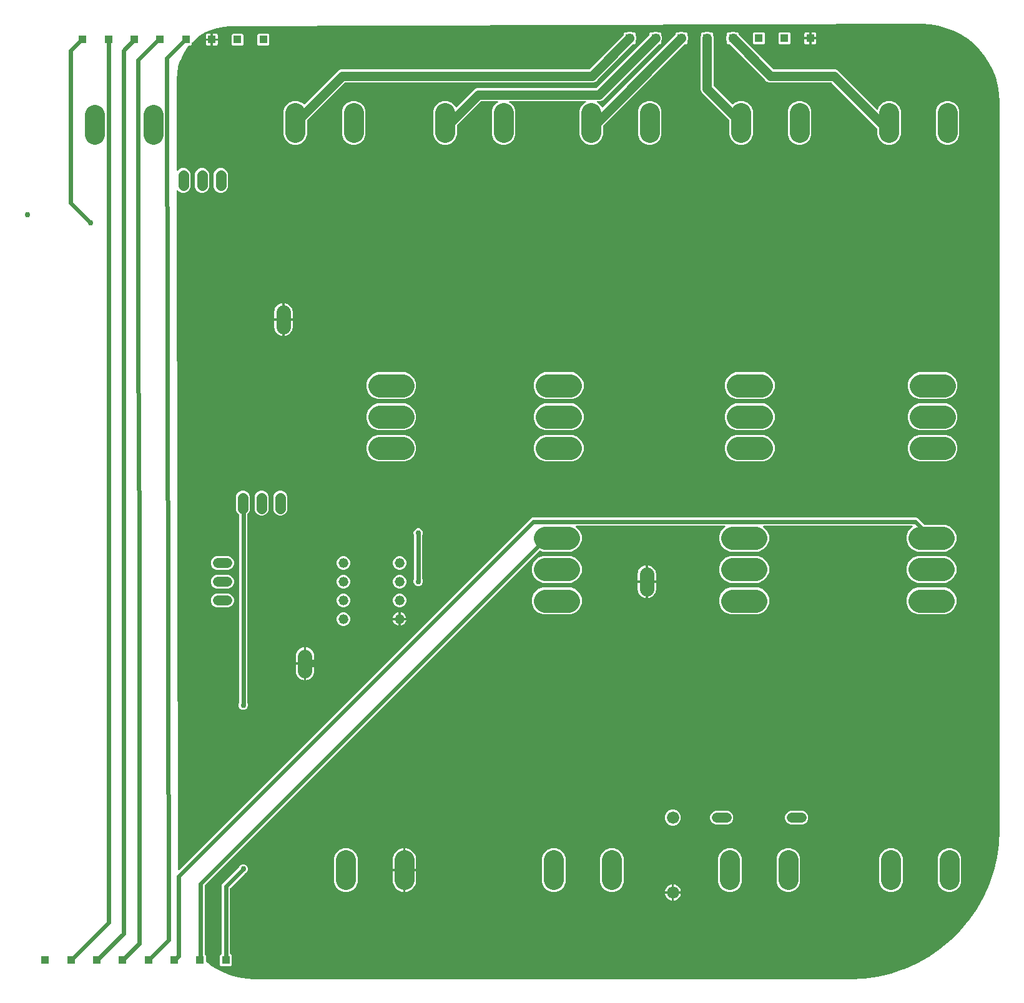
<source format=gbr>
G04 EAGLE Gerber X2 export*
%TF.Part,Single*%
%TF.FileFunction,Copper,L2,Bot,Mixed*%
%TF.FilePolarity,Positive*%
%TF.GenerationSoftware,Autodesk,EAGLE,9.1.3*%
%TF.CreationDate,2018-11-12T20:02:43Z*%
G75*
%MOMM*%
%FSLAX34Y34*%
%LPD*%
%AMOC8*
5,1,8,0,0,1.08239X$1,22.5*%
G01*
%ADD10C,2.700000*%
%ADD11C,1.676400*%
%ADD12C,1.320800*%
%ADD13C,3.116000*%
%ADD14C,1.320800*%
%ADD15C,1.981200*%
%ADD16R,1.108000X1.108000*%
%ADD17C,1.422400*%
%ADD18C,0.756400*%
%ADD19C,1.016000*%
%ADD20C,0.900000*%
%ADD21C,0.609600*%
%ADD22C,1.270000*%

G36*
X1291933Y-127759D02*
X1291933Y-127759D01*
X1291955Y-127760D01*
X1310556Y-126900D01*
X1310581Y-126895D01*
X1310626Y-126894D01*
X1329069Y-124321D01*
X1329093Y-124314D01*
X1329138Y-124308D01*
X1347265Y-120045D01*
X1347288Y-120035D01*
X1347332Y-120026D01*
X1349356Y-119348D01*
X1351627Y-118587D01*
X1351627Y-118586D01*
X1353898Y-117825D01*
X1356169Y-117064D01*
X1362983Y-114780D01*
X1364988Y-114108D01*
X1365010Y-114096D01*
X1365054Y-114083D01*
X1382088Y-106561D01*
X1382109Y-106548D01*
X1382151Y-106530D01*
X1398419Y-97469D01*
X1398439Y-97453D01*
X1398479Y-97432D01*
X1413841Y-86908D01*
X1413860Y-86891D01*
X1413897Y-86866D01*
X1428223Y-74970D01*
X1428240Y-74951D01*
X1428275Y-74922D01*
X1441442Y-61755D01*
X1441457Y-61735D01*
X1441490Y-61703D01*
X1453386Y-47377D01*
X1453399Y-47356D01*
X1453428Y-47321D01*
X1453830Y-46736D01*
X1453830Y-46735D01*
X1463952Y-31959D01*
X1463963Y-31936D01*
X1463989Y-31899D01*
X1473050Y-15631D01*
X1473058Y-15608D01*
X1473081Y-15568D01*
X1480603Y1466D01*
X1480609Y1491D01*
X1480628Y1532D01*
X1486546Y19188D01*
X1486550Y19212D01*
X1486565Y19255D01*
X1490828Y37382D01*
X1490830Y37407D01*
X1490841Y37451D01*
X1493414Y55894D01*
X1493413Y55919D01*
X1493420Y55964D01*
X1494280Y74565D01*
X1494279Y74578D01*
X1494281Y74600D01*
X1494281Y1062664D01*
X1494279Y1062679D01*
X1494280Y1062704D01*
X1493709Y1073614D01*
X1493703Y1073641D01*
X1493701Y1073693D01*
X1491993Y1084484D01*
X1491984Y1084511D01*
X1491976Y1084562D01*
X1489151Y1095116D01*
X1489140Y1095141D01*
X1489126Y1095192D01*
X1485214Y1105393D01*
X1485200Y1105417D01*
X1485182Y1105465D01*
X1480226Y1115202D01*
X1480209Y1115224D01*
X1480186Y1115271D01*
X1474240Y1124437D01*
X1474221Y1124457D01*
X1474193Y1124501D01*
X1467323Y1132996D01*
X1467302Y1133014D01*
X1467269Y1133055D01*
X1459549Y1140786D01*
X1459527Y1140802D01*
X1459490Y1140839D01*
X1451005Y1147721D01*
X1450981Y1147735D01*
X1450940Y1147768D01*
X1441782Y1153726D01*
X1441757Y1153737D01*
X1441713Y1153766D01*
X1431983Y1158735D01*
X1431957Y1158744D01*
X1431911Y1158768D01*
X1421715Y1162693D01*
X1421688Y1162699D01*
X1421639Y1162718D01*
X1411089Y1165558D01*
X1411062Y1165560D01*
X1411011Y1165574D01*
X1400223Y1167296D01*
X1400195Y1167296D01*
X1400143Y1167305D01*
X1389234Y1167891D01*
X1389217Y1167889D01*
X1389190Y1167892D01*
X450535Y1164871D01*
X450518Y1164868D01*
X450489Y1164870D01*
X441888Y1164322D01*
X441858Y1164316D01*
X441796Y1164311D01*
X433323Y1162732D01*
X433295Y1162722D01*
X433234Y1162710D01*
X425013Y1160122D01*
X424986Y1160108D01*
X424927Y1160089D01*
X417077Y1156529D01*
X417052Y1156513D01*
X416996Y1156487D01*
X409632Y1152008D01*
X409609Y1151988D01*
X409557Y1151955D01*
X402786Y1146622D01*
X402765Y1146600D01*
X402717Y1146561D01*
X399382Y1143210D01*
X399330Y1143136D01*
X399271Y1143068D01*
X399259Y1143037D01*
X399239Y1143010D01*
X399213Y1142924D01*
X399179Y1142840D01*
X399175Y1142797D01*
X399168Y1142774D01*
X399168Y1142743D01*
X399161Y1142673D01*
X399161Y1140202D01*
X397672Y1138714D01*
X395648Y1138714D01*
X395633Y1138712D01*
X395618Y1138713D01*
X395512Y1138692D01*
X395405Y1138674D01*
X395392Y1138667D01*
X395377Y1138664D01*
X395283Y1138610D01*
X395188Y1138559D01*
X395177Y1138548D01*
X395165Y1138541D01*
X395047Y1138421D01*
X391278Y1133586D01*
X391263Y1133559D01*
X391226Y1133510D01*
X386784Y1126124D01*
X386772Y1126096D01*
X386741Y1126042D01*
X383221Y1118175D01*
X383213Y1118146D01*
X383188Y1118089D01*
X380641Y1109855D01*
X380637Y1109825D01*
X380619Y1109766D01*
X379082Y1101285D01*
X379081Y1101255D01*
X379071Y1101194D01*
X378566Y1092590D01*
X378568Y1092572D01*
X378565Y1092544D01*
X378790Y969469D01*
X378801Y969399D01*
X378803Y969328D01*
X378821Y969279D01*
X378830Y969226D01*
X378863Y969164D01*
X378888Y969097D01*
X378921Y969056D01*
X378945Y969009D01*
X378997Y968960D01*
X379041Y968905D01*
X379086Y968877D01*
X379124Y968840D01*
X379189Y968810D01*
X379248Y968772D01*
X379299Y968759D01*
X379347Y968737D01*
X379418Y968729D01*
X379487Y968712D01*
X379539Y968716D01*
X379592Y968710D01*
X379661Y968726D01*
X379732Y968731D01*
X379781Y968752D01*
X379832Y968763D01*
X379893Y968800D01*
X379958Y968827D01*
X380015Y968873D01*
X380043Y968890D01*
X380058Y968907D01*
X380089Y968932D01*
X382162Y971005D01*
X385710Y972475D01*
X389550Y972475D01*
X393098Y971005D01*
X395813Y968290D01*
X397283Y964742D01*
X397283Y946678D01*
X395813Y943130D01*
X393098Y940415D01*
X389550Y938945D01*
X385710Y938945D01*
X382162Y940415D01*
X380140Y942437D01*
X380081Y942480D01*
X380028Y942529D01*
X379981Y942551D01*
X379940Y942581D01*
X379871Y942602D01*
X379805Y942633D01*
X379754Y942638D01*
X379705Y942653D01*
X379632Y942651D01*
X379560Y942659D01*
X379510Y942648D01*
X379459Y942647D01*
X379391Y942622D01*
X379320Y942607D01*
X379276Y942580D01*
X379228Y942562D01*
X379171Y942517D01*
X379109Y942480D01*
X379076Y942441D01*
X379036Y942409D01*
X378997Y942348D01*
X378950Y942293D01*
X378931Y942245D01*
X378903Y942202D01*
X378885Y942132D01*
X378858Y942064D01*
X378851Y941994D01*
X378843Y941963D01*
X378845Y941940D01*
X378840Y941898D01*
X380522Y20596D01*
X380533Y20526D01*
X380535Y20455D01*
X380553Y20405D01*
X380562Y20353D01*
X380595Y20290D01*
X380619Y20224D01*
X380653Y20182D01*
X380677Y20136D01*
X380729Y20087D01*
X380773Y20032D01*
X380818Y20003D01*
X380856Y19967D01*
X380920Y19937D01*
X380980Y19899D01*
X381031Y19886D01*
X381079Y19863D01*
X381150Y19856D01*
X381219Y19838D01*
X381271Y19843D01*
X381324Y19837D01*
X381393Y19852D01*
X381464Y19858D01*
X381512Y19878D01*
X381564Y19890D01*
X381625Y19926D01*
X381690Y19954D01*
X381747Y19999D01*
X381775Y20016D01*
X381790Y20034D01*
X381821Y20059D01*
X857581Y495819D01*
X859260Y497498D01*
X861314Y498349D01*
X1380912Y498349D01*
X1382966Y497498D01*
X1391640Y488824D01*
X1391714Y488771D01*
X1391783Y488711D01*
X1391814Y488699D01*
X1391840Y488680D01*
X1391927Y488653D01*
X1392012Y488619D01*
X1392052Y488615D01*
X1392075Y488608D01*
X1392107Y488609D01*
X1392178Y488601D01*
X1421264Y488601D01*
X1427925Y485842D01*
X1433022Y480745D01*
X1435781Y474084D01*
X1435781Y466876D01*
X1433022Y460215D01*
X1427925Y455118D01*
X1421264Y452359D01*
X1382896Y452359D01*
X1376235Y455118D01*
X1371138Y460215D01*
X1368379Y466876D01*
X1368379Y474084D01*
X1371138Y480745D01*
X1376265Y485872D01*
X1376307Y485930D01*
X1376356Y485982D01*
X1376378Y486029D01*
X1376409Y486071D01*
X1376430Y486140D01*
X1376460Y486205D01*
X1376466Y486257D01*
X1376481Y486307D01*
X1376479Y486378D01*
X1376487Y486449D01*
X1376476Y486500D01*
X1376475Y486552D01*
X1376450Y486620D01*
X1376435Y486690D01*
X1376408Y486735D01*
X1376390Y486783D01*
X1376345Y486839D01*
X1376309Y486901D01*
X1376269Y486935D01*
X1376237Y486975D01*
X1376176Y487014D01*
X1376122Y487061D01*
X1376073Y487080D01*
X1376030Y487108D01*
X1375960Y487126D01*
X1375894Y487153D01*
X1375822Y487161D01*
X1375791Y487169D01*
X1375768Y487167D01*
X1375727Y487171D01*
X1174433Y487171D01*
X1174362Y487160D01*
X1174291Y487158D01*
X1174242Y487140D01*
X1174190Y487132D01*
X1174127Y487098D01*
X1174060Y487073D01*
X1174019Y487041D01*
X1173973Y487016D01*
X1173924Y486964D01*
X1173868Y486920D01*
X1173839Y486876D01*
X1173804Y486838D01*
X1173773Y486773D01*
X1173735Y486713D01*
X1173722Y486662D01*
X1173700Y486615D01*
X1173692Y486544D01*
X1173675Y486474D01*
X1173679Y486422D01*
X1173673Y486371D01*
X1173688Y486300D01*
X1173694Y486229D01*
X1173714Y486181D01*
X1173725Y486130D01*
X1173762Y486069D01*
X1173790Y486003D01*
X1173835Y485947D01*
X1173851Y485919D01*
X1173869Y485904D01*
X1173895Y485872D01*
X1179022Y480745D01*
X1181781Y474084D01*
X1181781Y466876D01*
X1179022Y460215D01*
X1173925Y455118D01*
X1167264Y452359D01*
X1128896Y452359D01*
X1122235Y455118D01*
X1117138Y460215D01*
X1114379Y466876D01*
X1114379Y474084D01*
X1117138Y480745D01*
X1122265Y485872D01*
X1122307Y485930D01*
X1122356Y485982D01*
X1122378Y486029D01*
X1122409Y486071D01*
X1122430Y486140D01*
X1122460Y486205D01*
X1122466Y486257D01*
X1122481Y486307D01*
X1122479Y486378D01*
X1122487Y486449D01*
X1122476Y486500D01*
X1122475Y486552D01*
X1122450Y486620D01*
X1122435Y486690D01*
X1122408Y486735D01*
X1122390Y486783D01*
X1122345Y486839D01*
X1122309Y486901D01*
X1122269Y486935D01*
X1122237Y486975D01*
X1122176Y487014D01*
X1122122Y487061D01*
X1122073Y487080D01*
X1122030Y487108D01*
X1121960Y487126D01*
X1121894Y487153D01*
X1121822Y487161D01*
X1121791Y487169D01*
X1121768Y487167D01*
X1121727Y487171D01*
X920433Y487171D01*
X920362Y487160D01*
X920291Y487158D01*
X920242Y487140D01*
X920190Y487132D01*
X920127Y487098D01*
X920060Y487073D01*
X920019Y487041D01*
X919973Y487016D01*
X919924Y486964D01*
X919868Y486920D01*
X919839Y486876D01*
X919804Y486838D01*
X919773Y486773D01*
X919735Y486713D01*
X919722Y486662D01*
X919700Y486615D01*
X919692Y486544D01*
X919675Y486474D01*
X919679Y486422D01*
X919673Y486371D01*
X919688Y486300D01*
X919694Y486229D01*
X919714Y486181D01*
X919725Y486130D01*
X919762Y486069D01*
X919790Y486003D01*
X919835Y485947D01*
X919851Y485919D01*
X919869Y485904D01*
X919895Y485872D01*
X925022Y480745D01*
X927781Y474084D01*
X927781Y466876D01*
X925022Y460215D01*
X919925Y455118D01*
X913264Y452359D01*
X874896Y452359D01*
X871665Y453697D01*
X871552Y453724D01*
X871438Y453752D01*
X871432Y453752D01*
X871426Y453753D01*
X871309Y453742D01*
X871193Y453733D01*
X871187Y453731D01*
X871181Y453730D01*
X871074Y453682D01*
X870967Y453637D01*
X870961Y453632D01*
X870956Y453630D01*
X870943Y453618D01*
X870836Y453532D01*
X416902Y-402D01*
X416849Y-476D01*
X416789Y-545D01*
X416777Y-576D01*
X416758Y-602D01*
X416731Y-689D01*
X416697Y-774D01*
X416693Y-814D01*
X416686Y-837D01*
X416687Y-869D01*
X416679Y-940D01*
X416679Y-93490D01*
X416693Y-93580D01*
X416701Y-93671D01*
X416713Y-93701D01*
X416718Y-93733D01*
X416761Y-93814D01*
X416797Y-93898D01*
X416823Y-93930D01*
X416834Y-93950D01*
X416857Y-93973D01*
X416865Y-93983D01*
X416873Y-93996D01*
X416881Y-94003D01*
X416902Y-94029D01*
X418361Y-95488D01*
X418361Y-103790D01*
X418362Y-103798D01*
X418361Y-103806D01*
X418382Y-103920D01*
X418400Y-104033D01*
X418404Y-104040D01*
X418406Y-104048D01*
X418462Y-104149D01*
X418516Y-104250D01*
X418521Y-104255D01*
X418525Y-104263D01*
X418643Y-104382D01*
X423198Y-108064D01*
X423222Y-108078D01*
X423263Y-108111D01*
X432253Y-113940D01*
X432261Y-113943D01*
X432266Y-113948D01*
X432286Y-113956D01*
X432322Y-113980D01*
X441872Y-118839D01*
X441898Y-118847D01*
X441944Y-118871D01*
X451949Y-122707D01*
X451976Y-122712D01*
X452025Y-122731D01*
X462376Y-125501D01*
X462403Y-125504D01*
X462454Y-125518D01*
X473037Y-127192D01*
X473064Y-127192D01*
X473116Y-127200D01*
X483816Y-127760D01*
X483831Y-127759D01*
X483856Y-127761D01*
X1291920Y-127761D01*
X1291933Y-127759D01*
G37*
%LPC*%
G36*
X739629Y1004359D02*
X739629Y1004359D01*
X733734Y1006801D01*
X729221Y1011314D01*
X726779Y1017209D01*
X726779Y1050591D01*
X729221Y1056486D01*
X733734Y1060999D01*
X739629Y1063441D01*
X746011Y1063441D01*
X751906Y1060999D01*
X756419Y1056486D01*
X756866Y1055407D01*
X756890Y1055368D01*
X756906Y1055325D01*
X756954Y1055265D01*
X756995Y1055198D01*
X757031Y1055169D01*
X757059Y1055133D01*
X757125Y1055091D01*
X757185Y1055042D01*
X757227Y1055025D01*
X757266Y1055000D01*
X757342Y1054981D01*
X757414Y1054953D01*
X757460Y1054951D01*
X757505Y1054940D01*
X757582Y1054946D01*
X757660Y1054943D01*
X757704Y1054956D01*
X757750Y1054959D01*
X757821Y1054990D01*
X757896Y1055012D01*
X757934Y1055038D01*
X757976Y1055056D01*
X758083Y1055141D01*
X758098Y1055152D01*
X758101Y1055156D01*
X758107Y1055161D01*
X782364Y1079417D01*
X785632Y1080771D01*
X947082Y1080771D01*
X947172Y1080785D01*
X947263Y1080793D01*
X947293Y1080805D01*
X947325Y1080810D01*
X947405Y1080853D01*
X947489Y1080889D01*
X947521Y1080915D01*
X947542Y1080926D01*
X947564Y1080949D01*
X947620Y1080994D01*
X1019456Y1152830D01*
X1019509Y1152904D01*
X1019569Y1152973D01*
X1019581Y1153003D01*
X1019600Y1153029D01*
X1019627Y1153116D01*
X1019661Y1153201D01*
X1019665Y1153242D01*
X1019672Y1153265D01*
X1019671Y1153297D01*
X1019679Y1153368D01*
X1019679Y1155152D01*
X1021168Y1156641D01*
X1023885Y1156641D01*
X1023949Y1156651D01*
X1024015Y1156652D01*
X1024095Y1156675D01*
X1024127Y1156680D01*
X1024144Y1156690D01*
X1024176Y1156699D01*
X1025992Y1157451D01*
X1029528Y1157451D01*
X1031344Y1156699D01*
X1031408Y1156684D01*
X1031469Y1156659D01*
X1031552Y1156650D01*
X1031584Y1156643D01*
X1031603Y1156644D01*
X1031635Y1156641D01*
X1034352Y1156641D01*
X1035841Y1155152D01*
X1035841Y1152435D01*
X1035851Y1152371D01*
X1035852Y1152305D01*
X1035875Y1152225D01*
X1035880Y1152193D01*
X1035890Y1152176D01*
X1035899Y1152144D01*
X1036651Y1150328D01*
X1036651Y1146792D01*
X1035899Y1144976D01*
X1035884Y1144912D01*
X1035859Y1144851D01*
X1035850Y1144768D01*
X1035843Y1144736D01*
X1035844Y1144717D01*
X1035841Y1144685D01*
X1035841Y1141968D01*
X1034352Y1140479D01*
X1032568Y1140479D01*
X1032478Y1140465D01*
X1032387Y1140457D01*
X1032357Y1140445D01*
X1032325Y1140440D01*
X1032245Y1140397D01*
X1032161Y1140361D01*
X1032129Y1140335D01*
X1032108Y1140324D01*
X1032086Y1140301D01*
X1032030Y1140256D01*
X956116Y1064343D01*
X952848Y1062989D01*
X949048Y1062989D01*
X948952Y1062974D01*
X948855Y1062964D01*
X948831Y1062954D01*
X948805Y1062950D01*
X948719Y1062904D01*
X948630Y1062864D01*
X948611Y1062847D01*
X948588Y1062834D01*
X948521Y1062764D01*
X948449Y1062698D01*
X948436Y1062675D01*
X948418Y1062656D01*
X948377Y1062568D01*
X948330Y1062482D01*
X948326Y1062457D01*
X948315Y1062433D01*
X948304Y1062336D01*
X948287Y1062240D01*
X948290Y1062214D01*
X948287Y1062189D01*
X948308Y1062093D01*
X948322Y1061997D01*
X948334Y1061974D01*
X948340Y1061948D01*
X948390Y1061865D01*
X948434Y1061778D01*
X948453Y1061759D01*
X948466Y1061737D01*
X948540Y1061674D01*
X948609Y1061606D01*
X948638Y1061590D01*
X948653Y1061577D01*
X948684Y1061565D01*
X948756Y1061525D01*
X950026Y1060999D01*
X954539Y1056486D01*
X955150Y1055012D01*
X955174Y1054973D01*
X955190Y1054929D01*
X955238Y1054869D01*
X955279Y1054802D01*
X955315Y1054773D01*
X955343Y1054737D01*
X955409Y1054695D01*
X955469Y1054646D01*
X955512Y1054629D01*
X955550Y1054604D01*
X955626Y1054585D01*
X955698Y1054557D01*
X955744Y1054556D01*
X955789Y1054544D01*
X955866Y1054550D01*
X955944Y1054547D01*
X955988Y1054560D01*
X956034Y1054563D01*
X956105Y1054594D01*
X956180Y1054616D01*
X956218Y1054642D01*
X956260Y1054660D01*
X956367Y1054745D01*
X956382Y1054756D01*
X956385Y1054760D01*
X956391Y1054765D01*
X1054456Y1152830D01*
X1054509Y1152904D01*
X1054569Y1152973D01*
X1054581Y1153003D01*
X1054600Y1153029D01*
X1054627Y1153116D01*
X1054661Y1153201D01*
X1054665Y1153242D01*
X1054672Y1153264D01*
X1054671Y1153297D01*
X1054679Y1153368D01*
X1054679Y1155152D01*
X1056168Y1156641D01*
X1058885Y1156641D01*
X1058949Y1156651D01*
X1059015Y1156652D01*
X1059095Y1156675D01*
X1059127Y1156680D01*
X1059145Y1156690D01*
X1059176Y1156699D01*
X1060992Y1157451D01*
X1064528Y1157451D01*
X1066344Y1156699D01*
X1066408Y1156684D01*
X1066469Y1156659D01*
X1066552Y1156650D01*
X1066584Y1156643D01*
X1066603Y1156644D01*
X1066635Y1156641D01*
X1069352Y1156641D01*
X1070841Y1155152D01*
X1070841Y1152435D01*
X1070851Y1152371D01*
X1070852Y1152305D01*
X1070875Y1152225D01*
X1070880Y1152193D01*
X1070890Y1152175D01*
X1070899Y1152144D01*
X1071651Y1150328D01*
X1071651Y1146792D01*
X1070899Y1144976D01*
X1070884Y1144912D01*
X1070859Y1144851D01*
X1070850Y1144768D01*
X1070843Y1144736D01*
X1070844Y1144717D01*
X1070841Y1144685D01*
X1070841Y1141968D01*
X1069352Y1140479D01*
X1067568Y1140479D01*
X1067478Y1140465D01*
X1067387Y1140457D01*
X1067357Y1140445D01*
X1067325Y1140440D01*
X1067245Y1140397D01*
X1067161Y1140361D01*
X1067129Y1140335D01*
X1067108Y1140324D01*
X1067086Y1140301D01*
X1067030Y1140256D01*
X957204Y1030430D01*
X957151Y1030356D01*
X957091Y1030287D01*
X957079Y1030257D01*
X957060Y1030231D01*
X957033Y1030144D01*
X956999Y1030059D01*
X956995Y1030018D01*
X956988Y1029996D01*
X956989Y1029963D01*
X956981Y1029892D01*
X956981Y1017209D01*
X954539Y1011314D01*
X950026Y1006801D01*
X944131Y1004359D01*
X937749Y1004359D01*
X931854Y1006801D01*
X927341Y1011314D01*
X924899Y1017209D01*
X924899Y1050591D01*
X927341Y1056486D01*
X931854Y1060999D01*
X933124Y1061525D01*
X933207Y1061576D01*
X933292Y1061622D01*
X933310Y1061640D01*
X933333Y1061654D01*
X933395Y1061730D01*
X933462Y1061800D01*
X933473Y1061824D01*
X933489Y1061844D01*
X933524Y1061935D01*
X933565Y1062023D01*
X933568Y1062049D01*
X933578Y1062073D01*
X933582Y1062171D01*
X933593Y1062267D01*
X933587Y1062293D01*
X933588Y1062319D01*
X933561Y1062413D01*
X933540Y1062508D01*
X933527Y1062530D01*
X933520Y1062555D01*
X933464Y1062635D01*
X933414Y1062719D01*
X933394Y1062736D01*
X933379Y1062757D01*
X933301Y1062816D01*
X933227Y1062879D01*
X933203Y1062889D01*
X933182Y1062904D01*
X933089Y1062934D01*
X932999Y1062971D01*
X932967Y1062974D01*
X932948Y1062980D01*
X932915Y1062980D01*
X932832Y1062989D01*
X829928Y1062989D01*
X829832Y1062974D01*
X829735Y1062964D01*
X829711Y1062954D01*
X829685Y1062950D01*
X829599Y1062904D01*
X829510Y1062864D01*
X829491Y1062847D01*
X829468Y1062834D01*
X829401Y1062764D01*
X829329Y1062698D01*
X829316Y1062675D01*
X829298Y1062656D01*
X829257Y1062568D01*
X829210Y1062482D01*
X829206Y1062457D01*
X829195Y1062433D01*
X829184Y1062336D01*
X829167Y1062240D01*
X829170Y1062214D01*
X829167Y1062189D01*
X829188Y1062093D01*
X829202Y1061997D01*
X829214Y1061974D01*
X829220Y1061948D01*
X829270Y1061865D01*
X829314Y1061778D01*
X829333Y1061759D01*
X829346Y1061737D01*
X829420Y1061674D01*
X829489Y1061606D01*
X829518Y1061590D01*
X829533Y1061577D01*
X829564Y1061565D01*
X829636Y1061525D01*
X830906Y1060999D01*
X835419Y1056486D01*
X837861Y1050591D01*
X837861Y1017209D01*
X835419Y1011314D01*
X830906Y1006801D01*
X825011Y1004359D01*
X818629Y1004359D01*
X812734Y1006801D01*
X808221Y1011314D01*
X805779Y1017209D01*
X805779Y1050591D01*
X808221Y1056486D01*
X812734Y1060999D01*
X814004Y1061525D01*
X814087Y1061576D01*
X814172Y1061622D01*
X814190Y1061640D01*
X814213Y1061654D01*
X814275Y1061730D01*
X814342Y1061800D01*
X814353Y1061824D01*
X814369Y1061844D01*
X814404Y1061935D01*
X814445Y1062023D01*
X814448Y1062049D01*
X814458Y1062073D01*
X814462Y1062171D01*
X814473Y1062267D01*
X814467Y1062293D01*
X814468Y1062319D01*
X814441Y1062413D01*
X814420Y1062508D01*
X814407Y1062530D01*
X814400Y1062555D01*
X814344Y1062635D01*
X814294Y1062719D01*
X814274Y1062736D01*
X814259Y1062757D01*
X814181Y1062816D01*
X814107Y1062879D01*
X814083Y1062889D01*
X814062Y1062904D01*
X813969Y1062934D01*
X813879Y1062971D01*
X813847Y1062974D01*
X813828Y1062980D01*
X813795Y1062980D01*
X813712Y1062989D01*
X791398Y1062989D01*
X791308Y1062975D01*
X791217Y1062967D01*
X791187Y1062955D01*
X791155Y1062950D01*
X791075Y1062907D01*
X790991Y1062871D01*
X790959Y1062845D01*
X790938Y1062834D01*
X790916Y1062811D01*
X790860Y1062766D01*
X759084Y1030990D01*
X759031Y1030916D01*
X758971Y1030847D01*
X758959Y1030817D01*
X758940Y1030791D01*
X758913Y1030704D01*
X758879Y1030619D01*
X758875Y1030578D01*
X758868Y1030555D01*
X758869Y1030523D01*
X758861Y1030452D01*
X758861Y1017209D01*
X756419Y1011314D01*
X751906Y1006801D01*
X746011Y1004359D01*
X739629Y1004359D01*
G37*
%LPD*%
%LPC*%
G36*
X536429Y1004359D02*
X536429Y1004359D01*
X530534Y1006801D01*
X526021Y1011314D01*
X523579Y1017209D01*
X523579Y1050591D01*
X526021Y1056486D01*
X530534Y1060999D01*
X536429Y1063441D01*
X542811Y1063441D01*
X548706Y1060999D01*
X550888Y1058817D01*
X550904Y1058806D01*
X550916Y1058790D01*
X551003Y1058734D01*
X551087Y1058674D01*
X551106Y1058668D01*
X551123Y1058657D01*
X551224Y1058632D01*
X551322Y1058602D01*
X551342Y1058602D01*
X551362Y1058597D01*
X551465Y1058605D01*
X551568Y1058608D01*
X551587Y1058615D01*
X551607Y1058616D01*
X551702Y1058657D01*
X551799Y1058692D01*
X551815Y1058705D01*
X551833Y1058713D01*
X551964Y1058817D01*
X595356Y1102209D01*
X597964Y1104817D01*
X601232Y1106171D01*
X937482Y1106171D01*
X937572Y1106185D01*
X937663Y1106193D01*
X937693Y1106205D01*
X937725Y1106210D01*
X937805Y1106253D01*
X937889Y1106289D01*
X937921Y1106315D01*
X937942Y1106326D01*
X937964Y1106349D01*
X938020Y1106394D01*
X984456Y1152830D01*
X984509Y1152904D01*
X984569Y1152973D01*
X984581Y1153003D01*
X984600Y1153029D01*
X984627Y1153116D01*
X984661Y1153201D01*
X984665Y1153242D01*
X984672Y1153264D01*
X984671Y1153297D01*
X984679Y1153368D01*
X984679Y1155152D01*
X986168Y1156641D01*
X988885Y1156641D01*
X988949Y1156651D01*
X989015Y1156652D01*
X989095Y1156675D01*
X989127Y1156680D01*
X989145Y1156690D01*
X989176Y1156699D01*
X990992Y1157451D01*
X994528Y1157451D01*
X996344Y1156699D01*
X996408Y1156684D01*
X996469Y1156659D01*
X996552Y1156650D01*
X996584Y1156643D01*
X996603Y1156644D01*
X996635Y1156641D01*
X999352Y1156641D01*
X1000841Y1155152D01*
X1000841Y1152435D01*
X1000851Y1152371D01*
X1000852Y1152305D01*
X1000875Y1152225D01*
X1000880Y1152193D01*
X1000890Y1152175D01*
X1000899Y1152144D01*
X1001651Y1150328D01*
X1001651Y1146792D01*
X1000899Y1144976D01*
X1000884Y1144912D01*
X1000859Y1144851D01*
X1000850Y1144768D01*
X1000843Y1144736D01*
X1000844Y1144717D01*
X1000841Y1144685D01*
X1000841Y1141968D01*
X999352Y1140479D01*
X997568Y1140479D01*
X997478Y1140465D01*
X997387Y1140457D01*
X997357Y1140445D01*
X997325Y1140440D01*
X997245Y1140397D01*
X997161Y1140361D01*
X997129Y1140335D01*
X997108Y1140324D01*
X997086Y1140301D01*
X997030Y1140256D01*
X949124Y1092351D01*
X946516Y1089743D01*
X943248Y1088389D01*
X606998Y1088389D01*
X606908Y1088375D01*
X606817Y1088367D01*
X606787Y1088355D01*
X606755Y1088350D01*
X606675Y1088307D01*
X606591Y1088271D01*
X606559Y1088245D01*
X606538Y1088234D01*
X606516Y1088211D01*
X606460Y1088166D01*
X555884Y1037590D01*
X555831Y1037516D01*
X555771Y1037447D01*
X555759Y1037417D01*
X555740Y1037391D01*
X555713Y1037304D01*
X555679Y1037219D01*
X555675Y1037178D01*
X555668Y1037156D01*
X555669Y1037123D01*
X555661Y1037052D01*
X555661Y1017209D01*
X553219Y1011314D01*
X548706Y1006801D01*
X542811Y1004359D01*
X536429Y1004359D01*
G37*
%LPD*%
%LPC*%
G36*
X1341609Y1004359D02*
X1341609Y1004359D01*
X1335714Y1006801D01*
X1331201Y1011314D01*
X1328759Y1017209D01*
X1328759Y1025682D01*
X1328740Y1025797D01*
X1328723Y1025913D01*
X1328721Y1025919D01*
X1328720Y1025925D01*
X1328665Y1026027D01*
X1328612Y1026132D01*
X1328607Y1026137D01*
X1328604Y1026142D01*
X1328520Y1026222D01*
X1328436Y1026305D01*
X1328430Y1026308D01*
X1328426Y1026312D01*
X1328409Y1026319D01*
X1328360Y1026346D01*
X1266540Y1088166D01*
X1266466Y1088219D01*
X1266397Y1088279D01*
X1266367Y1088291D01*
X1266341Y1088310D01*
X1266254Y1088337D01*
X1266169Y1088371D01*
X1266128Y1088375D01*
X1266105Y1088382D01*
X1266073Y1088381D01*
X1266002Y1088389D01*
X1182272Y1088389D01*
X1179004Y1089743D01*
X1176396Y1092351D01*
X1128490Y1140256D01*
X1128416Y1140309D01*
X1128347Y1140369D01*
X1128317Y1140381D01*
X1128291Y1140400D01*
X1128204Y1140427D01*
X1128119Y1140461D01*
X1128078Y1140465D01*
X1128056Y1140472D01*
X1128023Y1140471D01*
X1127952Y1140479D01*
X1126168Y1140479D01*
X1124679Y1141968D01*
X1124679Y1144685D01*
X1124669Y1144749D01*
X1124668Y1144815D01*
X1124645Y1144895D01*
X1124640Y1144927D01*
X1124630Y1144945D01*
X1124621Y1144976D01*
X1123869Y1146792D01*
X1123869Y1150328D01*
X1124621Y1152144D01*
X1124636Y1152208D01*
X1124661Y1152269D01*
X1124670Y1152352D01*
X1124677Y1152384D01*
X1124676Y1152403D01*
X1124679Y1152435D01*
X1124679Y1155152D01*
X1126168Y1156641D01*
X1128885Y1156641D01*
X1128949Y1156651D01*
X1129015Y1156652D01*
X1129095Y1156675D01*
X1129127Y1156680D01*
X1129145Y1156690D01*
X1129176Y1156699D01*
X1130992Y1157451D01*
X1134528Y1157451D01*
X1136344Y1156699D01*
X1136408Y1156684D01*
X1136469Y1156659D01*
X1136552Y1156650D01*
X1136584Y1156643D01*
X1136603Y1156644D01*
X1136635Y1156641D01*
X1139352Y1156641D01*
X1140841Y1155152D01*
X1140841Y1153368D01*
X1140855Y1153278D01*
X1140863Y1153187D01*
X1140875Y1153157D01*
X1140880Y1153125D01*
X1140923Y1153045D01*
X1140959Y1152961D01*
X1140985Y1152929D01*
X1140996Y1152908D01*
X1141019Y1152886D01*
X1141064Y1152830D01*
X1187500Y1106394D01*
X1187574Y1106341D01*
X1187643Y1106281D01*
X1187673Y1106269D01*
X1187699Y1106250D01*
X1187786Y1106223D01*
X1187871Y1106189D01*
X1187912Y1106185D01*
X1187935Y1106178D01*
X1187967Y1106179D01*
X1188038Y1106171D01*
X1271768Y1106171D01*
X1275036Y1104817D01*
X1328101Y1051752D01*
X1328138Y1051726D01*
X1328169Y1051692D01*
X1328238Y1051654D01*
X1328301Y1051609D01*
X1328345Y1051595D01*
X1328385Y1051573D01*
X1328462Y1051559D01*
X1328536Y1051536D01*
X1328582Y1051538D01*
X1328627Y1051529D01*
X1328704Y1051541D01*
X1328782Y1051543D01*
X1328825Y1051558D01*
X1328870Y1051565D01*
X1328940Y1051600D01*
X1329013Y1051627D01*
X1329049Y1051656D01*
X1329090Y1051677D01*
X1329144Y1051732D01*
X1329205Y1051781D01*
X1329230Y1051819D01*
X1329262Y1051852D01*
X1329328Y1051972D01*
X1329338Y1051988D01*
X1329339Y1051993D01*
X1329343Y1051999D01*
X1331201Y1056486D01*
X1335714Y1060999D01*
X1341609Y1063441D01*
X1347991Y1063441D01*
X1353886Y1060999D01*
X1358399Y1056486D01*
X1360841Y1050591D01*
X1360841Y1017209D01*
X1358399Y1011314D01*
X1353886Y1006801D01*
X1347991Y1004359D01*
X1341609Y1004359D01*
G37*
%LPD*%
%LPC*%
G36*
X1140949Y1004359D02*
X1140949Y1004359D01*
X1135054Y1006801D01*
X1130541Y1011314D01*
X1128099Y1017209D01*
X1128099Y1037052D01*
X1128085Y1037142D01*
X1128077Y1037233D01*
X1128065Y1037263D01*
X1128060Y1037295D01*
X1128017Y1037375D01*
X1127981Y1037459D01*
X1127955Y1037491D01*
X1127944Y1037512D01*
X1127921Y1037534D01*
X1127876Y1037590D01*
X1090223Y1075244D01*
X1088869Y1078512D01*
X1088869Y1150328D01*
X1089621Y1152144D01*
X1089636Y1152208D01*
X1089661Y1152269D01*
X1089670Y1152352D01*
X1089677Y1152384D01*
X1089676Y1152403D01*
X1089679Y1152435D01*
X1089679Y1155152D01*
X1091168Y1156641D01*
X1093885Y1156641D01*
X1093949Y1156651D01*
X1094015Y1156652D01*
X1094095Y1156675D01*
X1094127Y1156680D01*
X1094145Y1156690D01*
X1094176Y1156699D01*
X1095992Y1157451D01*
X1099528Y1157451D01*
X1101344Y1156699D01*
X1101408Y1156684D01*
X1101469Y1156659D01*
X1101552Y1156650D01*
X1101584Y1156643D01*
X1101603Y1156644D01*
X1101635Y1156641D01*
X1104352Y1156641D01*
X1105841Y1155152D01*
X1105841Y1152435D01*
X1105851Y1152371D01*
X1105852Y1152305D01*
X1105875Y1152225D01*
X1105880Y1152193D01*
X1105890Y1152175D01*
X1105899Y1152144D01*
X1106651Y1150328D01*
X1106651Y1084278D01*
X1106665Y1084188D01*
X1106673Y1084097D01*
X1106685Y1084067D01*
X1106690Y1084035D01*
X1106733Y1083955D01*
X1106769Y1083871D01*
X1106795Y1083839D01*
X1106806Y1083818D01*
X1106829Y1083796D01*
X1106874Y1083740D01*
X1131796Y1058817D01*
X1131812Y1058806D01*
X1131825Y1058790D01*
X1131912Y1058734D01*
X1131996Y1058674D01*
X1132015Y1058668D01*
X1132031Y1058657D01*
X1132132Y1058632D01*
X1132231Y1058602D01*
X1132251Y1058602D01*
X1132270Y1058597D01*
X1132373Y1058605D01*
X1132477Y1058608D01*
X1132495Y1058615D01*
X1132515Y1058616D01*
X1132610Y1058657D01*
X1132708Y1058692D01*
X1132723Y1058705D01*
X1132742Y1058713D01*
X1132872Y1058817D01*
X1135054Y1060999D01*
X1140949Y1063441D01*
X1147331Y1063441D01*
X1153226Y1060999D01*
X1157739Y1056486D01*
X1160181Y1050591D01*
X1160181Y1017209D01*
X1157739Y1011314D01*
X1153226Y1006801D01*
X1147331Y1004359D01*
X1140949Y1004359D01*
G37*
%LPD*%
%LPC*%
G36*
X467542Y237677D02*
X467542Y237677D01*
X465218Y238640D01*
X463440Y240418D01*
X462477Y242742D01*
X462477Y245258D01*
X463153Y246890D01*
X463168Y246954D01*
X463193Y247014D01*
X463202Y247097D01*
X463209Y247129D01*
X463208Y247149D01*
X463211Y247181D01*
X463211Y501871D01*
X463192Y501986D01*
X463175Y502102D01*
X463173Y502108D01*
X463172Y502114D01*
X463117Y502216D01*
X463064Y502321D01*
X463059Y502326D01*
X463056Y502331D01*
X462972Y502411D01*
X462888Y502493D01*
X462882Y502497D01*
X462878Y502500D01*
X462861Y502508D01*
X462834Y502523D01*
X460097Y505260D01*
X458627Y508808D01*
X458627Y526872D01*
X460097Y530420D01*
X462812Y533135D01*
X466360Y534605D01*
X470200Y534605D01*
X473748Y533135D01*
X476463Y530420D01*
X477933Y526872D01*
X477933Y508808D01*
X476463Y505260D01*
X474612Y503409D01*
X474559Y503335D01*
X474499Y503265D01*
X474487Y503235D01*
X474468Y503209D01*
X474441Y503122D01*
X474407Y503037D01*
X474403Y502996D01*
X474396Y502974D01*
X474397Y502942D01*
X474389Y502870D01*
X474389Y247181D01*
X474399Y247116D01*
X474400Y247051D01*
X474423Y246971D01*
X474428Y246938D01*
X474438Y246921D01*
X474447Y246890D01*
X475123Y245258D01*
X475123Y242742D01*
X474160Y240418D01*
X472382Y238640D01*
X470058Y237677D01*
X467542Y237677D01*
G37*
%LPD*%
%LPC*%
G36*
X1128896Y367379D02*
X1128896Y367379D01*
X1122235Y370138D01*
X1117138Y375235D01*
X1114379Y381896D01*
X1114379Y389104D01*
X1117138Y395765D01*
X1122235Y400862D01*
X1128896Y403621D01*
X1167264Y403621D01*
X1173925Y400862D01*
X1179022Y395765D01*
X1181781Y389104D01*
X1181781Y381896D01*
X1179022Y375235D01*
X1173925Y370138D01*
X1167264Y367379D01*
X1128896Y367379D01*
G37*
%LPD*%
%LPC*%
G36*
X1136516Y574389D02*
X1136516Y574389D01*
X1129855Y577148D01*
X1124758Y582245D01*
X1121999Y588906D01*
X1121999Y596114D01*
X1124758Y602775D01*
X1129855Y607872D01*
X1136516Y610631D01*
X1174884Y610631D01*
X1181545Y607872D01*
X1186642Y602775D01*
X1189401Y596114D01*
X1189401Y588906D01*
X1186642Y582245D01*
X1181545Y577148D01*
X1174884Y574389D01*
X1136516Y574389D01*
G37*
%LPD*%
%LPC*%
G36*
X874896Y409869D02*
X874896Y409869D01*
X868235Y412628D01*
X863138Y417725D01*
X860379Y424386D01*
X860379Y431594D01*
X863138Y438255D01*
X868235Y443352D01*
X874896Y446111D01*
X913264Y446111D01*
X919925Y443352D01*
X925022Y438255D01*
X927781Y431594D01*
X927781Y424386D01*
X925022Y417725D01*
X919925Y412628D01*
X913264Y409869D01*
X874896Y409869D01*
G37*
%LPD*%
%LPC*%
G36*
X1128896Y409869D02*
X1128896Y409869D01*
X1122235Y412628D01*
X1117138Y417725D01*
X1114379Y424386D01*
X1114379Y431594D01*
X1117138Y438255D01*
X1122235Y443352D01*
X1128896Y446111D01*
X1167264Y446111D01*
X1173925Y443352D01*
X1179022Y438255D01*
X1181781Y431594D01*
X1181781Y424386D01*
X1179022Y417725D01*
X1173925Y412628D01*
X1167264Y409869D01*
X1128896Y409869D01*
G37*
%LPD*%
%LPC*%
G36*
X650106Y574389D02*
X650106Y574389D01*
X643445Y577148D01*
X638348Y582245D01*
X635589Y588906D01*
X635589Y596114D01*
X638348Y602775D01*
X643445Y607872D01*
X650106Y610631D01*
X688474Y610631D01*
X695135Y607872D01*
X700232Y602775D01*
X702991Y596114D01*
X702991Y588906D01*
X700232Y582245D01*
X695135Y577148D01*
X688474Y574389D01*
X650106Y574389D01*
G37*
%LPD*%
%LPC*%
G36*
X877436Y574389D02*
X877436Y574389D01*
X870775Y577148D01*
X865678Y582245D01*
X862919Y588906D01*
X862919Y596114D01*
X865678Y602775D01*
X870775Y607872D01*
X877436Y610631D01*
X915804Y610631D01*
X922465Y607872D01*
X927562Y602775D01*
X930321Y596114D01*
X930321Y588906D01*
X927562Y582245D01*
X922465Y577148D01*
X915804Y574389D01*
X877436Y574389D01*
G37*
%LPD*%
%LPC*%
G36*
X1382896Y367379D02*
X1382896Y367379D01*
X1376235Y370138D01*
X1371138Y375235D01*
X1368379Y381896D01*
X1368379Y389104D01*
X1371138Y395765D01*
X1376235Y400862D01*
X1382896Y403621D01*
X1421264Y403621D01*
X1427925Y400862D01*
X1433022Y395765D01*
X1435781Y389104D01*
X1435781Y381896D01*
X1433022Y375235D01*
X1427925Y370138D01*
X1421264Y367379D01*
X1382896Y367379D01*
G37*
%LPD*%
%LPC*%
G36*
X1384166Y574389D02*
X1384166Y574389D01*
X1377505Y577148D01*
X1372408Y582245D01*
X1369649Y588906D01*
X1369649Y596114D01*
X1372408Y602775D01*
X1377505Y607872D01*
X1384166Y610631D01*
X1422534Y610631D01*
X1429195Y607872D01*
X1434292Y602775D01*
X1437051Y596114D01*
X1437051Y588906D01*
X1434292Y582245D01*
X1429195Y577148D01*
X1422534Y574389D01*
X1384166Y574389D01*
G37*
%LPD*%
%LPC*%
G36*
X650106Y616879D02*
X650106Y616879D01*
X643445Y619638D01*
X638348Y624735D01*
X635589Y631396D01*
X635589Y638604D01*
X638348Y645265D01*
X643445Y650362D01*
X650106Y653121D01*
X688474Y653121D01*
X695135Y650362D01*
X700232Y645265D01*
X702991Y638604D01*
X702991Y631396D01*
X700232Y624735D01*
X695135Y619638D01*
X688474Y616879D01*
X650106Y616879D01*
G37*
%LPD*%
%LPC*%
G36*
X877436Y616879D02*
X877436Y616879D01*
X870775Y619638D01*
X865678Y624735D01*
X862919Y631396D01*
X862919Y638604D01*
X865678Y645265D01*
X870775Y650362D01*
X877436Y653121D01*
X915804Y653121D01*
X922465Y650362D01*
X927562Y645265D01*
X930321Y638604D01*
X930321Y631396D01*
X927562Y624735D01*
X922465Y619638D01*
X915804Y616879D01*
X877436Y616879D01*
G37*
%LPD*%
%LPC*%
G36*
X1136516Y616879D02*
X1136516Y616879D01*
X1129855Y619638D01*
X1124758Y624735D01*
X1121999Y631396D01*
X1121999Y638604D01*
X1124758Y645265D01*
X1129855Y650362D01*
X1136516Y653121D01*
X1174884Y653121D01*
X1181545Y650362D01*
X1186642Y645265D01*
X1189401Y638604D01*
X1189401Y631396D01*
X1186642Y624735D01*
X1181545Y619638D01*
X1174884Y616879D01*
X1136516Y616879D01*
G37*
%LPD*%
%LPC*%
G36*
X1384166Y616879D02*
X1384166Y616879D01*
X1377505Y619638D01*
X1372408Y624735D01*
X1369649Y631396D01*
X1369649Y638604D01*
X1372408Y645265D01*
X1377505Y650362D01*
X1384166Y653121D01*
X1422534Y653121D01*
X1429195Y650362D01*
X1434292Y645265D01*
X1437051Y638604D01*
X1437051Y631396D01*
X1434292Y624735D01*
X1429195Y619638D01*
X1422534Y616879D01*
X1384166Y616879D01*
G37*
%LPD*%
%LPC*%
G36*
X1136516Y659369D02*
X1136516Y659369D01*
X1129855Y662128D01*
X1124758Y667225D01*
X1121999Y673886D01*
X1121999Y681094D01*
X1124758Y687755D01*
X1129855Y692852D01*
X1136516Y695611D01*
X1174884Y695611D01*
X1181545Y692852D01*
X1186642Y687755D01*
X1189401Y681094D01*
X1189401Y673886D01*
X1186642Y667225D01*
X1181545Y662128D01*
X1174884Y659369D01*
X1136516Y659369D01*
G37*
%LPD*%
%LPC*%
G36*
X1384166Y659369D02*
X1384166Y659369D01*
X1377505Y662128D01*
X1372408Y667225D01*
X1369649Y673886D01*
X1369649Y681094D01*
X1372408Y687755D01*
X1377505Y692852D01*
X1384166Y695611D01*
X1422534Y695611D01*
X1429195Y692852D01*
X1434292Y687755D01*
X1437051Y681094D01*
X1437051Y673886D01*
X1434292Y667225D01*
X1429195Y662128D01*
X1422534Y659369D01*
X1384166Y659369D01*
G37*
%LPD*%
%LPC*%
G36*
X650106Y659369D02*
X650106Y659369D01*
X643445Y662128D01*
X638348Y667225D01*
X635589Y673886D01*
X635589Y681094D01*
X638348Y687755D01*
X643445Y692852D01*
X650106Y695611D01*
X688474Y695611D01*
X695135Y692852D01*
X700232Y687755D01*
X702991Y681094D01*
X702991Y673886D01*
X700232Y667225D01*
X695135Y662128D01*
X688474Y659369D01*
X650106Y659369D01*
G37*
%LPD*%
%LPC*%
G36*
X877436Y659369D02*
X877436Y659369D01*
X870775Y662128D01*
X865678Y667225D01*
X862919Y673886D01*
X862919Y681094D01*
X865678Y687755D01*
X870775Y692852D01*
X877436Y695611D01*
X915804Y695611D01*
X922465Y692852D01*
X927562Y687755D01*
X930321Y681094D01*
X930321Y673886D01*
X927562Y667225D01*
X922465Y662128D01*
X915804Y659369D01*
X877436Y659369D01*
G37*
%LPD*%
%LPC*%
G36*
X874896Y367379D02*
X874896Y367379D01*
X868235Y370138D01*
X863138Y375235D01*
X860379Y381896D01*
X860379Y389104D01*
X863138Y395765D01*
X868235Y400862D01*
X874896Y403621D01*
X913264Y403621D01*
X919925Y400862D01*
X925022Y395765D01*
X927781Y389104D01*
X927781Y381896D01*
X925022Y375235D01*
X919925Y370138D01*
X913264Y367379D01*
X874896Y367379D01*
G37*
%LPD*%
%LPC*%
G36*
X1382896Y409869D02*
X1382896Y409869D01*
X1376235Y412628D01*
X1371138Y417725D01*
X1368379Y424386D01*
X1368379Y431594D01*
X1371138Y438255D01*
X1376235Y443352D01*
X1382896Y446111D01*
X1421264Y446111D01*
X1427925Y443352D01*
X1433022Y438255D01*
X1435781Y431594D01*
X1435781Y424386D01*
X1433022Y417725D01*
X1427925Y412628D01*
X1421264Y409869D01*
X1382896Y409869D01*
G37*
%LPD*%
%LPC*%
G36*
X438688Y-110161D02*
X438688Y-110161D01*
X437199Y-108672D01*
X437199Y-95488D01*
X438688Y-93999D01*
X438930Y-93999D01*
X438950Y-93996D01*
X438969Y-93998D01*
X439071Y-93976D01*
X439173Y-93960D01*
X439190Y-93950D01*
X439210Y-93946D01*
X439299Y-93893D01*
X439390Y-93844D01*
X439404Y-93830D01*
X439421Y-93820D01*
X439488Y-93741D01*
X439560Y-93666D01*
X439568Y-93648D01*
X439581Y-93633D01*
X439620Y-93537D01*
X439663Y-93443D01*
X439665Y-93423D01*
X439673Y-93405D01*
X439691Y-93238D01*
X439691Y-748D01*
X440542Y1306D01*
X442221Y2985D01*
X462707Y23471D01*
X462745Y23524D01*
X462791Y23571D01*
X462831Y23644D01*
X462851Y23670D01*
X462856Y23689D01*
X462872Y23718D01*
X463520Y25282D01*
X465298Y27060D01*
X467622Y28023D01*
X470138Y28023D01*
X472462Y27060D01*
X474240Y25282D01*
X475203Y22958D01*
X475203Y20442D01*
X474240Y18118D01*
X472462Y16340D01*
X470761Y15636D01*
X470705Y15601D01*
X470645Y15575D01*
X470580Y15523D01*
X470552Y15506D01*
X470540Y15491D01*
X470514Y15470D01*
X451092Y-3952D01*
X451039Y-4026D01*
X450979Y-4095D01*
X450967Y-4126D01*
X450948Y-4152D01*
X450921Y-4239D01*
X450887Y-4324D01*
X450883Y-4364D01*
X450876Y-4387D01*
X450877Y-4419D01*
X450869Y-4490D01*
X450869Y-93238D01*
X450872Y-93258D01*
X450870Y-93277D01*
X450892Y-93379D01*
X450908Y-93481D01*
X450918Y-93498D01*
X450922Y-93518D01*
X450975Y-93607D01*
X451024Y-93698D01*
X451038Y-93712D01*
X451048Y-93729D01*
X451127Y-93796D01*
X451202Y-93868D01*
X451220Y-93876D01*
X451235Y-93889D01*
X451331Y-93928D01*
X451425Y-93971D01*
X451445Y-93973D01*
X451463Y-93981D01*
X451630Y-93999D01*
X451872Y-93999D01*
X453361Y-95488D01*
X453361Y-108672D01*
X451872Y-110161D01*
X438688Y-110161D01*
G37*
%LPD*%
%LPC*%
G36*
X615429Y1004359D02*
X615429Y1004359D01*
X609534Y1006801D01*
X605021Y1011314D01*
X602579Y1017209D01*
X602579Y1050591D01*
X605021Y1056486D01*
X609534Y1060999D01*
X615429Y1063441D01*
X621811Y1063441D01*
X627706Y1060999D01*
X632219Y1056486D01*
X634661Y1050591D01*
X634661Y1017209D01*
X632219Y1011314D01*
X627706Y1006801D01*
X621811Y1004359D01*
X615429Y1004359D01*
G37*
%LPD*%
%LPC*%
G36*
X1219949Y1004359D02*
X1219949Y1004359D01*
X1214054Y1006801D01*
X1209541Y1011314D01*
X1207099Y1017209D01*
X1207099Y1050591D01*
X1209541Y1056486D01*
X1214054Y1060999D01*
X1219949Y1063441D01*
X1226331Y1063441D01*
X1232226Y1060999D01*
X1236739Y1056486D01*
X1239181Y1050591D01*
X1239181Y1017209D01*
X1236739Y1011314D01*
X1232226Y1006801D01*
X1226331Y1004359D01*
X1219949Y1004359D01*
G37*
%LPD*%
%LPC*%
G36*
X1420609Y1004359D02*
X1420609Y1004359D01*
X1414714Y1006801D01*
X1410201Y1011314D01*
X1407759Y1017209D01*
X1407759Y1050591D01*
X1410201Y1056486D01*
X1414714Y1060999D01*
X1420609Y1063441D01*
X1426991Y1063441D01*
X1432886Y1060999D01*
X1437399Y1056486D01*
X1439841Y1050591D01*
X1439841Y1017209D01*
X1437399Y1011314D01*
X1432886Y1006801D01*
X1426991Y1004359D01*
X1420609Y1004359D01*
G37*
%LPD*%
%LPC*%
G36*
X1016749Y1004359D02*
X1016749Y1004359D01*
X1010854Y1006801D01*
X1006341Y1011314D01*
X1003899Y1017209D01*
X1003899Y1050591D01*
X1006341Y1056486D01*
X1010854Y1060999D01*
X1016749Y1063441D01*
X1023131Y1063441D01*
X1029026Y1060999D01*
X1033539Y1056486D01*
X1035981Y1050591D01*
X1035981Y1017209D01*
X1033539Y1011314D01*
X1029026Y1006801D01*
X1023131Y1004359D01*
X1016749Y1004359D01*
G37*
%LPD*%
%LPC*%
G36*
X1344149Y-9341D02*
X1344149Y-9341D01*
X1338254Y-6899D01*
X1333741Y-2386D01*
X1331299Y3509D01*
X1331299Y36891D01*
X1333741Y42786D01*
X1338254Y47299D01*
X1344149Y49741D01*
X1350531Y49741D01*
X1356426Y47299D01*
X1360939Y42786D01*
X1363381Y36891D01*
X1363381Y3509D01*
X1360939Y-2386D01*
X1356426Y-6899D01*
X1350531Y-9341D01*
X1344149Y-9341D01*
G37*
%LPD*%
%LPC*%
G36*
X965579Y-9341D02*
X965579Y-9341D01*
X959684Y-6899D01*
X955171Y-2386D01*
X952729Y3509D01*
X952729Y36891D01*
X955171Y42786D01*
X959684Y47299D01*
X965579Y49741D01*
X971961Y49741D01*
X977856Y47299D01*
X982369Y42786D01*
X984811Y36891D01*
X984811Y3509D01*
X982369Y-2386D01*
X977856Y-6899D01*
X971961Y-9341D01*
X965579Y-9341D01*
G37*
%LPD*%
%LPC*%
G36*
X1125709Y-9341D02*
X1125709Y-9341D01*
X1119814Y-6899D01*
X1115301Y-2386D01*
X1112859Y3509D01*
X1112859Y36891D01*
X1115301Y42786D01*
X1119814Y47299D01*
X1125709Y49741D01*
X1132091Y49741D01*
X1137986Y47299D01*
X1142499Y42786D01*
X1144941Y36891D01*
X1144941Y3509D01*
X1142499Y-2386D01*
X1137986Y-6899D01*
X1132091Y-9341D01*
X1125709Y-9341D01*
G37*
%LPD*%
%LPC*%
G36*
X605009Y-9341D02*
X605009Y-9341D01*
X599114Y-6899D01*
X594601Y-2386D01*
X592159Y3509D01*
X592159Y36891D01*
X594601Y42786D01*
X599114Y47299D01*
X605009Y49741D01*
X611391Y49741D01*
X617286Y47299D01*
X621799Y42786D01*
X624241Y36891D01*
X624241Y3509D01*
X621799Y-2386D01*
X617286Y-6899D01*
X611391Y-9341D01*
X605009Y-9341D01*
G37*
%LPD*%
%LPC*%
G36*
X886579Y-9341D02*
X886579Y-9341D01*
X880684Y-6899D01*
X876171Y-2386D01*
X873729Y3509D01*
X873729Y36891D01*
X876171Y42786D01*
X880684Y47299D01*
X886579Y49741D01*
X892961Y49741D01*
X898856Y47299D01*
X903369Y42786D01*
X905811Y36891D01*
X905811Y3509D01*
X903369Y-2386D01*
X898856Y-6899D01*
X892961Y-9341D01*
X886579Y-9341D01*
G37*
%LPD*%
%LPC*%
G36*
X1423149Y-9341D02*
X1423149Y-9341D01*
X1417254Y-6899D01*
X1412741Y-2386D01*
X1410299Y3509D01*
X1410299Y36891D01*
X1412741Y42786D01*
X1417254Y47299D01*
X1423149Y49741D01*
X1429531Y49741D01*
X1435426Y47299D01*
X1439939Y42786D01*
X1442381Y36891D01*
X1442381Y3509D01*
X1439939Y-2386D01*
X1435426Y-6899D01*
X1429531Y-9341D01*
X1423149Y-9341D01*
G37*
%LPD*%
%LPC*%
G36*
X1204709Y-9341D02*
X1204709Y-9341D01*
X1198814Y-6899D01*
X1194301Y-2386D01*
X1191859Y3509D01*
X1191859Y36891D01*
X1194301Y42786D01*
X1198814Y47299D01*
X1204709Y49741D01*
X1211091Y49741D01*
X1216986Y47299D01*
X1221499Y42786D01*
X1223941Y36891D01*
X1223941Y3509D01*
X1221499Y-2386D01*
X1216986Y-6899D01*
X1211091Y-9341D01*
X1204709Y-9341D01*
G37*
%LPD*%
%LPC*%
G36*
X704862Y405157D02*
X704862Y405157D01*
X702538Y406120D01*
X700760Y407898D01*
X699797Y410222D01*
X699797Y412738D01*
X700473Y414370D01*
X700488Y414434D01*
X700513Y414494D01*
X700522Y414577D01*
X700529Y414609D01*
X700528Y414629D01*
X700531Y414661D01*
X700531Y474339D01*
X700521Y474404D01*
X700520Y474469D01*
X700497Y474549D01*
X700492Y474582D01*
X700482Y474599D01*
X700473Y474630D01*
X699797Y476262D01*
X699797Y478778D01*
X700760Y481102D01*
X702538Y482880D01*
X704862Y483843D01*
X707378Y483843D01*
X709702Y482880D01*
X711480Y481102D01*
X712443Y478778D01*
X712443Y476262D01*
X711767Y474630D01*
X711759Y474596D01*
X711757Y474593D01*
X711756Y474586D01*
X711752Y474566D01*
X711727Y474506D01*
X711718Y474423D01*
X711711Y474391D01*
X711712Y474371D01*
X711709Y474339D01*
X711709Y414661D01*
X711719Y414596D01*
X711720Y414531D01*
X711743Y414451D01*
X711748Y414418D01*
X711758Y414401D01*
X711767Y414370D01*
X712443Y412738D01*
X712443Y410222D01*
X711480Y407898D01*
X709702Y406120D01*
X707378Y405157D01*
X704862Y405157D01*
G37*
%LPD*%
%LPC*%
G36*
X491760Y501075D02*
X491760Y501075D01*
X488212Y502545D01*
X485497Y505260D01*
X484027Y508808D01*
X484027Y526872D01*
X485497Y530420D01*
X488212Y533135D01*
X491760Y534605D01*
X495600Y534605D01*
X499148Y533135D01*
X501863Y530420D01*
X503333Y526872D01*
X503333Y508808D01*
X501863Y505260D01*
X499148Y502545D01*
X495600Y501075D01*
X491760Y501075D01*
G37*
%LPD*%
%LPC*%
G36*
X436510Y938945D02*
X436510Y938945D01*
X432962Y940415D01*
X430247Y943130D01*
X428777Y946678D01*
X428777Y964742D01*
X430247Y968290D01*
X432962Y971005D01*
X436510Y972475D01*
X440350Y972475D01*
X443898Y971005D01*
X446613Y968290D01*
X448083Y964742D01*
X448083Y946678D01*
X446613Y943130D01*
X443898Y940415D01*
X440350Y938945D01*
X436510Y938945D01*
G37*
%LPD*%
%LPC*%
G36*
X411110Y938945D02*
X411110Y938945D01*
X407562Y940415D01*
X404847Y943130D01*
X403377Y946678D01*
X403377Y964742D01*
X404847Y968290D01*
X407562Y971005D01*
X411110Y972475D01*
X414950Y972475D01*
X418498Y971005D01*
X421213Y968290D01*
X422683Y964742D01*
X422683Y946678D01*
X421213Y943130D01*
X418498Y940415D01*
X414950Y938945D01*
X411110Y938945D01*
G37*
%LPD*%
%LPC*%
G36*
X517160Y501075D02*
X517160Y501075D01*
X513612Y502545D01*
X510897Y505260D01*
X509427Y508808D01*
X509427Y526872D01*
X510897Y530420D01*
X513612Y533135D01*
X517160Y534605D01*
X521000Y534605D01*
X524548Y533135D01*
X527263Y530420D01*
X528733Y526872D01*
X528733Y508808D01*
X527263Y505260D01*
X524548Y502545D01*
X521000Y501075D01*
X517160Y501075D01*
G37*
%LPD*%
%LPC*%
G36*
X432257Y376725D02*
X432257Y376725D01*
X428896Y378117D01*
X426323Y380690D01*
X424931Y384051D01*
X424931Y387689D01*
X426323Y391050D01*
X428896Y393623D01*
X432257Y395015D01*
X449103Y395015D01*
X452464Y393623D01*
X455037Y391050D01*
X456429Y387689D01*
X456429Y384051D01*
X455037Y380690D01*
X452464Y378117D01*
X449103Y376725D01*
X432257Y376725D01*
G37*
%LPD*%
%LPC*%
G36*
X432257Y402125D02*
X432257Y402125D01*
X428896Y403517D01*
X426323Y406090D01*
X424931Y409451D01*
X424931Y413089D01*
X426323Y416450D01*
X428896Y419023D01*
X432257Y420415D01*
X449103Y420415D01*
X452464Y419023D01*
X455037Y416450D01*
X456429Y413089D01*
X456429Y409451D01*
X455037Y406090D01*
X452464Y403517D01*
X449103Y402125D01*
X432257Y402125D01*
G37*
%LPD*%
%LPC*%
G36*
X1210777Y82295D02*
X1210777Y82295D01*
X1207416Y83687D01*
X1204843Y86260D01*
X1203451Y89621D01*
X1203451Y93259D01*
X1204843Y96620D01*
X1207416Y99193D01*
X1210777Y100585D01*
X1227623Y100585D01*
X1230984Y99193D01*
X1233557Y96620D01*
X1234949Y93259D01*
X1234949Y89621D01*
X1233557Y86260D01*
X1230984Y83687D01*
X1227623Y82295D01*
X1210777Y82295D01*
G37*
%LPD*%
%LPC*%
G36*
X1109177Y82295D02*
X1109177Y82295D01*
X1105816Y83687D01*
X1103243Y86260D01*
X1101851Y89621D01*
X1101851Y93259D01*
X1103243Y96620D01*
X1105816Y99193D01*
X1109177Y100585D01*
X1126023Y100585D01*
X1129384Y99193D01*
X1131957Y96620D01*
X1133349Y93259D01*
X1133349Y89621D01*
X1131957Y86260D01*
X1129384Y83687D01*
X1126023Y82295D01*
X1109177Y82295D01*
G37*
%LPD*%
%LPC*%
G36*
X432257Y427525D02*
X432257Y427525D01*
X428896Y428917D01*
X426323Y431490D01*
X424931Y434851D01*
X424931Y438489D01*
X426323Y441850D01*
X428896Y444423D01*
X432257Y445815D01*
X449103Y445815D01*
X452464Y444423D01*
X455037Y441850D01*
X456429Y438489D01*
X456429Y434851D01*
X455037Y431490D01*
X452464Y428917D01*
X449103Y427525D01*
X432257Y427525D01*
G37*
%LPD*%
%LPC*%
G36*
X1049117Y80357D02*
X1049117Y80357D01*
X1045103Y82020D01*
X1042030Y85093D01*
X1040367Y89107D01*
X1040367Y93453D01*
X1042030Y97467D01*
X1045103Y100540D01*
X1049117Y102203D01*
X1053463Y102203D01*
X1057477Y100540D01*
X1060550Y97467D01*
X1062213Y93453D01*
X1062213Y89107D01*
X1060550Y85093D01*
X1057477Y82020D01*
X1053463Y80357D01*
X1049117Y80357D01*
G37*
%LPD*%
%LPC*%
G36*
X688723Y21723D02*
X688723Y21723D01*
X688723Y49679D01*
X690336Y49466D01*
X692367Y48922D01*
X694310Y48117D01*
X696131Y47066D01*
X697799Y45786D01*
X699286Y44299D01*
X700566Y42631D01*
X701617Y40810D01*
X702422Y38867D01*
X702966Y36836D01*
X703241Y34751D01*
X703241Y21723D01*
X688723Y21723D01*
G37*
%LPD*%
%LPC*%
G36*
X688723Y18677D02*
X688723Y18677D01*
X703241Y18677D01*
X703241Y5649D01*
X702966Y3564D01*
X702422Y1533D01*
X701617Y-410D01*
X700566Y-2231D01*
X699286Y-3899D01*
X697799Y-5386D01*
X696131Y-6666D01*
X694310Y-7717D01*
X692367Y-8522D01*
X690336Y-9066D01*
X688723Y-9279D01*
X688723Y18677D01*
G37*
%LPD*%
%LPC*%
G36*
X671159Y21723D02*
X671159Y21723D01*
X671159Y34751D01*
X671434Y36836D01*
X671978Y38867D01*
X672783Y40810D01*
X673834Y42631D01*
X675114Y44299D01*
X676601Y45786D01*
X678269Y47066D01*
X680090Y48117D01*
X682033Y48922D01*
X684064Y49466D01*
X685677Y49679D01*
X685677Y21723D01*
X671159Y21723D01*
G37*
%LPD*%
%LPC*%
G36*
X684064Y-9066D02*
X684064Y-9066D01*
X682033Y-8522D01*
X680090Y-7717D01*
X678269Y-6666D01*
X676601Y-5386D01*
X675114Y-3899D01*
X673834Y-2231D01*
X672783Y-410D01*
X671978Y1533D01*
X671434Y3564D01*
X671159Y5649D01*
X671159Y18677D01*
X685677Y18677D01*
X685677Y-9279D01*
X684064Y-9066D01*
G37*
%LPD*%
%LPC*%
G36*
X602701Y427735D02*
X602701Y427735D01*
X599340Y429127D01*
X596767Y431700D01*
X595375Y435061D01*
X595375Y438699D01*
X596767Y442060D01*
X599340Y444633D01*
X602701Y446025D01*
X606339Y446025D01*
X609700Y444633D01*
X612273Y442060D01*
X613665Y438699D01*
X613665Y435061D01*
X612273Y431700D01*
X609700Y429127D01*
X606339Y427735D01*
X602701Y427735D01*
G37*
%LPD*%
%LPC*%
G36*
X678901Y402335D02*
X678901Y402335D01*
X675540Y403727D01*
X672967Y406300D01*
X671575Y409661D01*
X671575Y413299D01*
X672967Y416660D01*
X675540Y419233D01*
X678901Y420625D01*
X682539Y420625D01*
X685900Y419233D01*
X688473Y416660D01*
X689865Y413299D01*
X689865Y409661D01*
X688473Y406300D01*
X685900Y403727D01*
X682539Y402335D01*
X678901Y402335D01*
G37*
%LPD*%
%LPC*%
G36*
X602701Y402335D02*
X602701Y402335D01*
X599340Y403727D01*
X596767Y406300D01*
X595375Y409661D01*
X595375Y413299D01*
X596767Y416660D01*
X599340Y419233D01*
X602701Y420625D01*
X606339Y420625D01*
X609700Y419233D01*
X612273Y416660D01*
X613665Y413299D01*
X613665Y409661D01*
X612273Y406300D01*
X609700Y403727D01*
X606339Y402335D01*
X602701Y402335D01*
G37*
%LPD*%
%LPC*%
G36*
X602701Y351535D02*
X602701Y351535D01*
X599340Y352927D01*
X596767Y355500D01*
X595375Y358861D01*
X595375Y362499D01*
X596767Y365860D01*
X599340Y368433D01*
X602701Y369825D01*
X606339Y369825D01*
X609700Y368433D01*
X612273Y365860D01*
X613665Y362499D01*
X613665Y358861D01*
X612273Y355500D01*
X609700Y352927D01*
X606339Y351535D01*
X602701Y351535D01*
G37*
%LPD*%
%LPC*%
G36*
X602701Y376935D02*
X602701Y376935D01*
X599340Y378327D01*
X596767Y380900D01*
X595375Y384261D01*
X595375Y387899D01*
X596767Y391260D01*
X599340Y393833D01*
X602701Y395225D01*
X606339Y395225D01*
X609700Y393833D01*
X612273Y391260D01*
X613665Y387899D01*
X613665Y384261D01*
X612273Y380900D01*
X609700Y378327D01*
X606339Y376935D01*
X602701Y376935D01*
G37*
%LPD*%
%LPC*%
G36*
X678901Y376935D02*
X678901Y376935D01*
X675540Y378327D01*
X672967Y380900D01*
X671575Y384261D01*
X671575Y387899D01*
X672967Y391260D01*
X675540Y393833D01*
X678901Y395225D01*
X682539Y395225D01*
X685900Y393833D01*
X688473Y391260D01*
X689865Y387899D01*
X689865Y384261D01*
X688473Y380900D01*
X685900Y378327D01*
X682539Y376935D01*
X678901Y376935D01*
G37*
%LPD*%
%LPC*%
G36*
X678901Y427735D02*
X678901Y427735D01*
X675540Y429127D01*
X672967Y431700D01*
X671575Y435061D01*
X671575Y438699D01*
X672967Y442060D01*
X675540Y444633D01*
X678901Y446025D01*
X682539Y446025D01*
X685900Y444633D01*
X688473Y442060D01*
X689865Y438699D01*
X689865Y435061D01*
X688473Y431700D01*
X685900Y429127D01*
X682539Y427735D01*
X678901Y427735D01*
G37*
%LPD*%
%LPC*%
G36*
X454488Y1138714D02*
X454488Y1138714D01*
X452999Y1140202D01*
X452999Y1153387D01*
X454488Y1154875D01*
X467672Y1154875D01*
X469161Y1153387D01*
X469161Y1140202D01*
X467672Y1138714D01*
X454488Y1138714D01*
G37*
%LPD*%
%LPC*%
G36*
X1161168Y1140479D02*
X1161168Y1140479D01*
X1159679Y1141968D01*
X1159679Y1155152D01*
X1161168Y1156641D01*
X1174352Y1156641D01*
X1175841Y1155152D01*
X1175841Y1141968D01*
X1174352Y1140479D01*
X1161168Y1140479D01*
G37*
%LPD*%
%LPC*%
G36*
X489488Y1138714D02*
X489488Y1138714D01*
X487999Y1140202D01*
X487999Y1153387D01*
X489488Y1154875D01*
X502672Y1154875D01*
X504161Y1153387D01*
X504161Y1140202D01*
X502672Y1138714D01*
X489488Y1138714D01*
G37*
%LPD*%
%LPC*%
G36*
X1196168Y1140479D02*
X1196168Y1140479D01*
X1194679Y1141968D01*
X1194679Y1155152D01*
X1196168Y1156641D01*
X1209352Y1156641D01*
X1210841Y1155152D01*
X1210841Y1141968D01*
X1209352Y1140479D01*
X1196168Y1140479D01*
G37*
%LPD*%
%LPC*%
G36*
X524763Y768603D02*
X524763Y768603D01*
X524763Y789347D01*
X526155Y789126D01*
X528018Y788521D01*
X529763Y787631D01*
X531349Y786480D01*
X532734Y785095D01*
X533885Y783509D01*
X534775Y781764D01*
X535380Y779901D01*
X535687Y777966D01*
X535687Y768603D01*
X524763Y768603D01*
G37*
%LPD*%
%LPC*%
G36*
X554063Y301753D02*
X554063Y301753D01*
X554063Y322497D01*
X555455Y322276D01*
X557318Y321671D01*
X559063Y320781D01*
X560649Y319630D01*
X562034Y318245D01*
X563185Y316659D01*
X564075Y314914D01*
X564680Y313051D01*
X564987Y311116D01*
X564987Y301753D01*
X554063Y301753D01*
G37*
%LPD*%
%LPC*%
G36*
X1017523Y413003D02*
X1017523Y413003D01*
X1017523Y433747D01*
X1018915Y433526D01*
X1020778Y432921D01*
X1022523Y432031D01*
X1024109Y430880D01*
X1025494Y429495D01*
X1026645Y427909D01*
X1027535Y426164D01*
X1028140Y424301D01*
X1028447Y422366D01*
X1028447Y413003D01*
X1017523Y413003D01*
G37*
%LPD*%
%LPC*%
G36*
X1017523Y409957D02*
X1017523Y409957D01*
X1028447Y409957D01*
X1028447Y400594D01*
X1028140Y398659D01*
X1027535Y396796D01*
X1026645Y395051D01*
X1025494Y393465D01*
X1024109Y392080D01*
X1022523Y390929D01*
X1020778Y390039D01*
X1018915Y389434D01*
X1017523Y389213D01*
X1017523Y409957D01*
G37*
%LPD*%
%LPC*%
G36*
X554063Y298707D02*
X554063Y298707D01*
X564987Y298707D01*
X564987Y289344D01*
X564680Y287409D01*
X564075Y285546D01*
X563185Y283801D01*
X562034Y282215D01*
X560649Y280830D01*
X559063Y279679D01*
X557318Y278789D01*
X555455Y278184D01*
X554063Y277963D01*
X554063Y298707D01*
G37*
%LPD*%
%LPC*%
G36*
X524763Y765557D02*
X524763Y765557D01*
X535687Y765557D01*
X535687Y756194D01*
X535380Y754259D01*
X534775Y752396D01*
X533885Y750651D01*
X532734Y749065D01*
X531349Y747680D01*
X529763Y746529D01*
X528018Y745639D01*
X526155Y745034D01*
X524763Y744813D01*
X524763Y765557D01*
G37*
%LPD*%
%LPC*%
G36*
X510793Y768603D02*
X510793Y768603D01*
X510793Y777966D01*
X511100Y779901D01*
X511705Y781764D01*
X512595Y783509D01*
X513746Y785095D01*
X515131Y786480D01*
X516717Y787631D01*
X518462Y788521D01*
X520325Y789126D01*
X521717Y789347D01*
X521717Y768603D01*
X510793Y768603D01*
G37*
%LPD*%
%LPC*%
G36*
X1003553Y413003D02*
X1003553Y413003D01*
X1003553Y422366D01*
X1003860Y424301D01*
X1004465Y426164D01*
X1005355Y427909D01*
X1006506Y429495D01*
X1007891Y430880D01*
X1009477Y432031D01*
X1011222Y432921D01*
X1013085Y433526D01*
X1014477Y433747D01*
X1014477Y413003D01*
X1003553Y413003D01*
G37*
%LPD*%
%LPC*%
G36*
X540093Y301753D02*
X540093Y301753D01*
X540093Y311116D01*
X540400Y313051D01*
X541005Y314914D01*
X541895Y316659D01*
X543046Y318245D01*
X544431Y319630D01*
X546017Y320781D01*
X547762Y321671D01*
X549625Y322276D01*
X551017Y322497D01*
X551017Y301753D01*
X540093Y301753D01*
G37*
%LPD*%
%LPC*%
G36*
X549625Y278184D02*
X549625Y278184D01*
X547762Y278789D01*
X546017Y279679D01*
X544431Y280830D01*
X543046Y282215D01*
X541895Y283801D01*
X541005Y285546D01*
X540400Y287409D01*
X540093Y289344D01*
X540093Y298707D01*
X551017Y298707D01*
X551017Y277963D01*
X549625Y278184D01*
G37*
%LPD*%
%LPC*%
G36*
X520325Y745034D02*
X520325Y745034D01*
X518462Y745639D01*
X516717Y746529D01*
X515131Y747680D01*
X513746Y749065D01*
X512595Y750651D01*
X511705Y752396D01*
X511100Y754259D01*
X510793Y756194D01*
X510793Y765557D01*
X521717Y765557D01*
X521717Y744813D01*
X520325Y745034D01*
G37*
%LPD*%
%LPC*%
G36*
X1013085Y389434D02*
X1013085Y389434D01*
X1011222Y390039D01*
X1009477Y390929D01*
X1007891Y392080D01*
X1006506Y393465D01*
X1005355Y395051D01*
X1004465Y396796D01*
X1003860Y398659D01*
X1003553Y400594D01*
X1003553Y409957D01*
X1014477Y409957D01*
X1014477Y389213D01*
X1013085Y389434D01*
G37*
%LPD*%
%LPC*%
G36*
X1052813Y-11843D02*
X1052813Y-11843D01*
X1062108Y-11843D01*
X1061944Y-12878D01*
X1061412Y-14513D01*
X1060632Y-16045D01*
X1059621Y-17436D01*
X1058406Y-18651D01*
X1057015Y-19662D01*
X1055483Y-20442D01*
X1053848Y-20974D01*
X1052813Y-21138D01*
X1052813Y-11843D01*
G37*
%LPD*%
%LPC*%
G36*
X1048732Y-20974D02*
X1048732Y-20974D01*
X1047097Y-20442D01*
X1045565Y-19662D01*
X1044174Y-18651D01*
X1042959Y-17436D01*
X1041948Y-16045D01*
X1041168Y-14513D01*
X1040636Y-12878D01*
X1040472Y-11843D01*
X1049767Y-11843D01*
X1049767Y-21138D01*
X1048732Y-20974D01*
G37*
%LPD*%
%LPC*%
G36*
X1052813Y-8797D02*
X1052813Y-8797D01*
X1052813Y498D01*
X1053848Y334D01*
X1055483Y-198D01*
X1057015Y-978D01*
X1058406Y-1989D01*
X1059621Y-3204D01*
X1060632Y-4595D01*
X1061412Y-6127D01*
X1061944Y-7762D01*
X1062108Y-8797D01*
X1052813Y-8797D01*
G37*
%LPD*%
%LPC*%
G36*
X1040472Y-8797D02*
X1040472Y-8797D01*
X1040636Y-7762D01*
X1041168Y-6127D01*
X1041948Y-4595D01*
X1042959Y-3204D01*
X1044174Y-1989D01*
X1045565Y-978D01*
X1047097Y-198D01*
X1048732Y334D01*
X1049767Y498D01*
X1049767Y-8797D01*
X1040472Y-8797D01*
G37*
%LPD*%
%LPC*%
G36*
X427579Y1148294D02*
X427579Y1148294D01*
X427579Y1154875D01*
X431954Y1154875D01*
X432601Y1154702D01*
X433180Y1154368D01*
X433653Y1153895D01*
X433988Y1153315D01*
X434161Y1152669D01*
X434161Y1148294D01*
X427579Y1148294D01*
G37*
%LPD*%
%LPC*%
G36*
X1239259Y1150059D02*
X1239259Y1150059D01*
X1239259Y1156641D01*
X1243634Y1156641D01*
X1244281Y1156468D01*
X1244860Y1156133D01*
X1245333Y1155660D01*
X1245668Y1155081D01*
X1245841Y1154434D01*
X1245841Y1150059D01*
X1239259Y1150059D01*
G37*
%LPD*%
%LPC*%
G36*
X1229679Y1150059D02*
X1229679Y1150059D01*
X1229679Y1154434D01*
X1229852Y1155081D01*
X1230187Y1155660D01*
X1230660Y1156133D01*
X1231239Y1156468D01*
X1231886Y1156641D01*
X1236261Y1156641D01*
X1236261Y1150059D01*
X1229679Y1150059D01*
G37*
%LPD*%
%LPC*%
G36*
X417999Y1148294D02*
X417999Y1148294D01*
X417999Y1152669D01*
X418172Y1153315D01*
X418507Y1153895D01*
X418980Y1154368D01*
X419559Y1154702D01*
X420206Y1154875D01*
X424581Y1154875D01*
X424581Y1148294D01*
X417999Y1148294D01*
G37*
%LPD*%
%LPC*%
G36*
X427579Y1138714D02*
X427579Y1138714D01*
X427579Y1145295D01*
X434161Y1145295D01*
X434161Y1140920D01*
X433988Y1140274D01*
X433653Y1139695D01*
X433180Y1139222D01*
X432601Y1138887D01*
X431954Y1138714D01*
X427579Y1138714D01*
G37*
%LPD*%
%LPC*%
G36*
X1239259Y1140479D02*
X1239259Y1140479D01*
X1239259Y1147061D01*
X1245841Y1147061D01*
X1245841Y1142685D01*
X1245668Y1142039D01*
X1245333Y1141460D01*
X1244860Y1140987D01*
X1244281Y1140652D01*
X1243634Y1140479D01*
X1239259Y1140479D01*
G37*
%LPD*%
%LPC*%
G36*
X1231886Y1140479D02*
X1231886Y1140479D01*
X1231239Y1140652D01*
X1230660Y1140987D01*
X1230187Y1141460D01*
X1229852Y1142039D01*
X1229679Y1142686D01*
X1229679Y1147061D01*
X1236261Y1147061D01*
X1236261Y1140479D01*
X1231886Y1140479D01*
G37*
%LPD*%
%LPC*%
G36*
X420206Y1138714D02*
X420206Y1138714D01*
X419559Y1138887D01*
X418980Y1139222D01*
X418507Y1139695D01*
X418172Y1140274D01*
X417999Y1140920D01*
X417999Y1145295D01*
X424581Y1145295D01*
X424581Y1138714D01*
X420206Y1138714D01*
G37*
%LPD*%
%LPC*%
G36*
X682243Y362203D02*
X682243Y362203D01*
X682243Y369701D01*
X683387Y369473D01*
X685052Y368784D01*
X686550Y367783D01*
X687823Y366510D01*
X688824Y365012D01*
X689513Y363347D01*
X689741Y362203D01*
X682243Y362203D01*
G37*
%LPD*%
%LPC*%
G36*
X682243Y359157D02*
X682243Y359157D01*
X689741Y359157D01*
X689513Y358013D01*
X688824Y356348D01*
X687823Y354850D01*
X686550Y353577D01*
X685052Y352576D01*
X683387Y351887D01*
X682243Y351659D01*
X682243Y359157D01*
G37*
%LPD*%
%LPC*%
G36*
X671699Y362203D02*
X671699Y362203D01*
X671927Y363347D01*
X672616Y365012D01*
X673617Y366510D01*
X674890Y367783D01*
X676388Y368784D01*
X678053Y369473D01*
X679197Y369701D01*
X679197Y362203D01*
X671699Y362203D01*
G37*
%LPD*%
%LPC*%
G36*
X678053Y351887D02*
X678053Y351887D01*
X676388Y352576D01*
X674890Y353577D01*
X673617Y354850D01*
X672616Y356348D01*
X671927Y358013D01*
X671699Y359157D01*
X679197Y359157D01*
X679197Y351659D01*
X678053Y351887D01*
G37*
%LPD*%
%LPC*%
G36*
X680719Y360679D02*
X680719Y360679D01*
X680719Y360681D01*
X680721Y360681D01*
X680721Y360679D01*
X680719Y360679D01*
G37*
%LPD*%
%LPC*%
G36*
X523239Y767079D02*
X523239Y767079D01*
X523239Y767081D01*
X523241Y767081D01*
X523241Y767079D01*
X523239Y767079D01*
G37*
%LPD*%
%LPC*%
G36*
X687199Y20199D02*
X687199Y20199D01*
X687199Y20201D01*
X687201Y20201D01*
X687201Y20199D01*
X687199Y20199D01*
G37*
%LPD*%
%LPC*%
G36*
X1051289Y-10321D02*
X1051289Y-10321D01*
X1051289Y-10319D01*
X1051291Y-10319D01*
X1051291Y-10321D01*
X1051289Y-10321D01*
G37*
%LPD*%
%LPC*%
G36*
X1015999Y411479D02*
X1015999Y411479D01*
X1015999Y411481D01*
X1016001Y411481D01*
X1016001Y411479D01*
X1015999Y411479D01*
G37*
%LPD*%
%LPC*%
G36*
X552539Y300229D02*
X552539Y300229D01*
X552539Y300231D01*
X552541Y300231D01*
X552541Y300229D01*
X552539Y300229D01*
G37*
%LPD*%
D10*
X968770Y33700D02*
X968770Y6700D01*
X889770Y6700D02*
X889770Y33700D01*
X1426340Y33700D02*
X1426340Y6700D01*
X1347340Y6700D02*
X1347340Y33700D01*
X1207900Y33700D02*
X1207900Y6700D01*
X1128900Y6700D02*
X1128900Y33700D01*
X742820Y1020400D02*
X742820Y1047400D01*
X821820Y1047400D02*
X821820Y1020400D01*
X940940Y1020400D02*
X940940Y1047400D01*
X1019940Y1047400D02*
X1019940Y1020400D01*
X539620Y1020400D02*
X539620Y1047400D01*
X618620Y1047400D02*
X618620Y1020400D01*
X1144140Y1020400D02*
X1144140Y1047400D01*
X1223140Y1047400D02*
X1223140Y1020400D01*
X1344800Y1020400D02*
X1344800Y1047400D01*
X1423800Y1047400D02*
X1423800Y1020400D01*
D11*
X1051290Y91280D03*
X1051290Y-10320D03*
D12*
X1110996Y91440D02*
X1124204Y91440D01*
X1212596Y91440D02*
X1225804Y91440D01*
D13*
X1387770Y592510D02*
X1418930Y592510D01*
X1418930Y635000D02*
X1387770Y635000D01*
X1387770Y677490D02*
X1418930Y677490D01*
X684870Y592510D02*
X653710Y592510D01*
X653710Y635000D02*
X684870Y635000D01*
X684870Y677490D02*
X653710Y677490D01*
X881040Y592510D02*
X912200Y592510D01*
X912200Y635000D02*
X881040Y635000D01*
X881040Y677490D02*
X912200Y677490D01*
D10*
X687200Y33700D02*
X687200Y6700D01*
X608200Y6700D02*
X608200Y33700D01*
D13*
X1132500Y470480D02*
X1163660Y470480D01*
X1163660Y427990D02*
X1132500Y427990D01*
X1132500Y385500D02*
X1163660Y385500D01*
X1171280Y592510D02*
X1140120Y592510D01*
X1140120Y635000D02*
X1171280Y635000D01*
X1171280Y677490D02*
X1140120Y677490D01*
D10*
X267840Y1017860D02*
X267840Y1044860D01*
X346840Y1044860D02*
X346840Y1017860D01*
D12*
X434076Y385870D02*
X447284Y385870D01*
X447284Y436670D02*
X434076Y436670D01*
X434076Y411270D02*
X447284Y411270D01*
D14*
X680720Y360680D03*
X680720Y386080D03*
X604520Y386080D03*
X604520Y360680D03*
X680720Y411480D03*
X680720Y436880D03*
X604520Y411480D03*
X604520Y436880D03*
D15*
X523240Y757174D02*
X523240Y776986D01*
X1016000Y421386D02*
X1016000Y401574D01*
X552540Y310136D02*
X552540Y290324D01*
D13*
X1386500Y385500D02*
X1417660Y385500D01*
X1417660Y427990D02*
X1386500Y427990D01*
X1386500Y470480D02*
X1417660Y470480D01*
X909660Y385500D02*
X878500Y385500D01*
X878500Y427990D02*
X909660Y427990D01*
X909660Y470480D02*
X878500Y470480D01*
D16*
X200280Y-102080D03*
X235280Y-102080D03*
X270280Y-102080D03*
X305280Y-102080D03*
X340280Y-102080D03*
X375280Y-102080D03*
X410280Y-102080D03*
X445280Y-102080D03*
X251080Y1146795D03*
X286080Y1146795D03*
X321080Y1146795D03*
X356080Y1146795D03*
X391080Y1146795D03*
X426080Y1146795D03*
X461080Y1146795D03*
X496080Y1146795D03*
X992760Y1148560D03*
X1027760Y1148560D03*
X1062760Y1148560D03*
X1097760Y1148560D03*
X1132760Y1148560D03*
X1167760Y1148560D03*
X1202760Y1148560D03*
X1237760Y1148560D03*
D17*
X468280Y524952D02*
X468280Y510728D01*
X493680Y510728D02*
X493680Y524952D01*
X519080Y524952D02*
X519080Y510728D01*
X438430Y948598D02*
X438430Y962822D01*
X413030Y962822D02*
X413030Y948598D01*
X387630Y948598D02*
X387630Y962822D01*
D18*
X1461200Y276400D03*
X1213000Y827800D03*
X1455600Y823200D03*
X755600Y765600D03*
X995600Y767600D03*
X419200Y810000D03*
X175800Y908800D03*
X852400Y920600D03*
X649000Y915600D03*
X1347800Y920400D03*
X1431400Y219400D03*
X1224800Y214400D03*
X954200Y221000D03*
X442400Y910600D03*
X1094200Y920400D03*
X1004800Y295000D03*
X1051400Y148000D03*
X388800Y909800D03*
D19*
X552540Y300230D02*
X623970Y300230D01*
X634000Y290200D01*
D20*
X634000Y290200D03*
X685000Y239200D03*
D19*
X644630Y300230D02*
X623970Y300230D01*
X644630Y300230D02*
X655800Y311400D01*
D20*
X655800Y311400D03*
X705400Y261800D03*
D18*
X680800Y468000D03*
X750200Y405800D03*
X536000Y454800D03*
D21*
X234880Y1034755D02*
X234880Y1131595D01*
X250080Y1146795D01*
X234880Y1034755D02*
X234880Y924920D01*
X261400Y898400D01*
D18*
X261400Y898400D03*
D21*
X251080Y1146795D02*
X250080Y1146795D01*
D22*
X951080Y1071880D02*
X1027760Y1148560D01*
X951080Y1071880D02*
X787400Y1071880D01*
X749420Y1033900D01*
X742820Y1033900D01*
X941480Y1097280D02*
X992760Y1148560D01*
X603000Y1097280D02*
X539620Y1033900D01*
X603000Y1097280D02*
X941480Y1097280D01*
X1097760Y1080280D02*
X1097760Y1148560D01*
X1097760Y1080280D02*
X1144140Y1033900D01*
X1184040Y1097280D02*
X1132760Y1148560D01*
X1184040Y1097280D02*
X1270000Y1097280D01*
X1333380Y1033900D01*
X1344800Y1033900D01*
D18*
X706120Y411480D03*
X706120Y477520D03*
D21*
X706120Y411480D01*
X367760Y-74600D02*
X340280Y-102080D01*
X367760Y-74600D02*
X365333Y1121603D01*
X390525Y1146795D01*
X391080Y1146795D01*
X354075Y1146795D02*
X326171Y1118891D01*
X326171Y736679D02*
X326155Y736663D01*
X326191Y733516D01*
X327846Y469458D01*
X326171Y736679D02*
X326171Y1118891D01*
X327846Y469458D02*
X327846Y-79514D01*
X305280Y-102080D01*
X354075Y1146795D02*
X356080Y1146795D01*
X286080Y1146795D02*
X286080Y-51280D01*
X235280Y-102080D01*
X306205Y1131983D02*
X321017Y1146795D01*
X306205Y1131983D02*
X306205Y-66155D01*
X270280Y-102080D01*
X321017Y1146795D02*
X321080Y1146795D01*
X879880Y470480D02*
X411090Y1690D01*
X411090Y-102080D01*
X879880Y470480D02*
X894080Y470480D01*
X411090Y-102080D02*
X410280Y-102080D01*
X1379800Y492760D02*
X1402080Y470480D01*
X381013Y11347D02*
X381013Y-96347D01*
X375280Y-102080D01*
X381013Y11347D02*
X862426Y492760D01*
X1379800Y492760D01*
D22*
X948100Y1033900D02*
X1062760Y1148560D01*
X948100Y1033900D02*
X940940Y1033900D01*
D21*
X468840Y21700D02*
X445280Y-1860D01*
D18*
X468880Y21700D03*
D21*
X445280Y-1860D02*
X445280Y-102080D01*
X468840Y21700D02*
X468880Y21700D01*
D18*
X468800Y244000D03*
D21*
X468800Y517320D01*
X468280Y517840D01*
M02*

</source>
